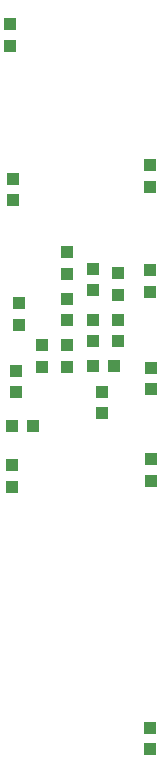
<source format=gbp>
G04 Layer_Color=128*
%FSLAX25Y25*%
%MOIN*%
G70*
G01*
G75*
%ADD10R,0.04331X0.04331*%
%ADD30R,0.04331X0.04331*%
D10*
X40000Y284043D02*
D03*
Y276957D02*
D03*
X31500Y285500D02*
D03*
Y278413D02*
D03*
X51000Y245457D02*
D03*
Y252543D02*
D03*
X4500Y220043D02*
D03*
Y212957D02*
D03*
X50500Y125457D02*
D03*
Y132543D02*
D03*
X40000Y261457D02*
D03*
Y268543D02*
D03*
X31500Y268543D02*
D03*
Y261457D02*
D03*
X50500Y277957D02*
D03*
Y285043D02*
D03*
X4000Y367043D02*
D03*
Y359957D02*
D03*
X50500Y320043D02*
D03*
Y312957D02*
D03*
X5000Y315543D02*
D03*
Y308457D02*
D03*
X23000Y283957D02*
D03*
Y291043D02*
D03*
X23000Y268457D02*
D03*
Y275543D02*
D03*
Y252957D02*
D03*
Y260043D02*
D03*
X34500Y237457D02*
D03*
Y244543D02*
D03*
X14500Y260043D02*
D03*
Y252957D02*
D03*
X7000Y274043D02*
D03*
Y266957D02*
D03*
X6000Y244500D02*
D03*
Y251587D02*
D03*
X51000Y214957D02*
D03*
Y222043D02*
D03*
D30*
X11543Y233000D02*
D03*
X4457D02*
D03*
X38543Y253000D02*
D03*
X31457D02*
D03*
M02*

</source>
